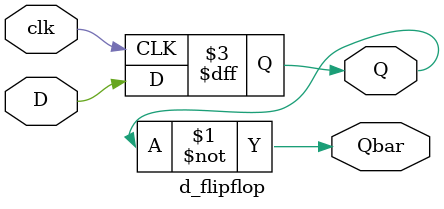
<source format=v>
`timescale 1ns / 1ps

module d_flipflop 
(
 input clk,                                                                        // ÀÔ·Â:Å¬·°,¸®¼Â½ÅÈ£, DÀÔ·Âµ¥ÀÌÅÍ
 input D,
 output reg Q,                                                                  // Ãâ·Â : Q, Qbar
 output Qbar
);
assign Qbar = ~Q;
always @(posedge clk)                                    //Å¬·° »ó½Â¿¡ÁöÀÌ°Å³ª ¸®¼Â »ó½Â¿¡ÁöÀÏ ¶§
begin
 Q <= D;                                                                     //¸®¼Â½ÅÈ£ ¾øÀ» ½Ã Q=D(´ÙÀ½»óÅÂ D)
end
endmodule 
</source>
